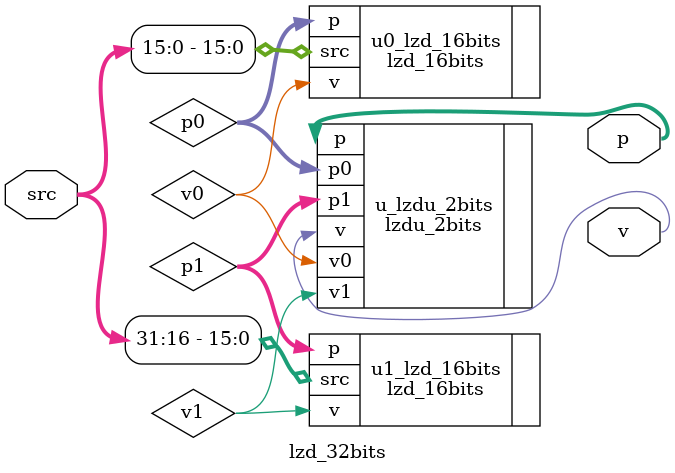
<source format=v>
module lzd_32bits(

    input	[31	:0]	src,
	output  [4	:0]	p  ,
	output  	    v
);

wire	[3	:0]	p0, p1;
wire			v0, v1;

lzd_16bits u0_lzd_16bits(

    .src(src[15:0]	),
	.p  (p0			),
	.v  (v0			)
);

lzd_16bits u1_lzd_16bits(

    .src(src[31:16]	),
	.p  (p1			),
	.v  (v1			)
);

lzdu_2bits #(5) u_lzdu_2bits(

    .p0(p0	),
	.p1(p1	),
	.v0(v0	),
	.v1(v1	),
	.p (p	),
	.v (v	)
);

endmodule
</source>
